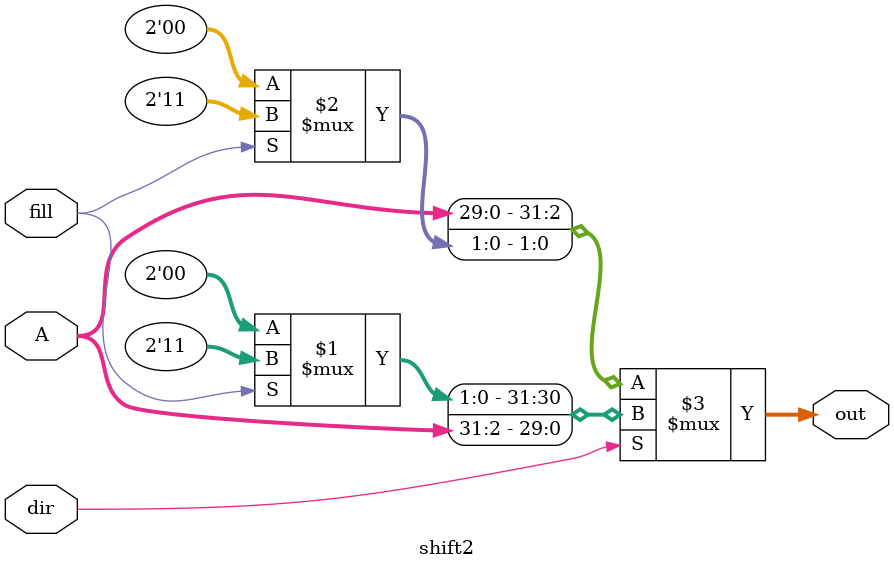
<source format=v>
module shift2(out, A, dir, fill);
    input [31:0] A;
    output [31:0] out;
    input dir, fill;
    
    // if dir is 0, shift left, else shift right
    // if fill is 1, fill with ones, else fill with zeros
    assign out = dir ? {fill ? 2'b11 : 2'b00, A[31:2]} : {A[29:0], fill ? 2'b11 : 2'b00};
endmodule
</source>
